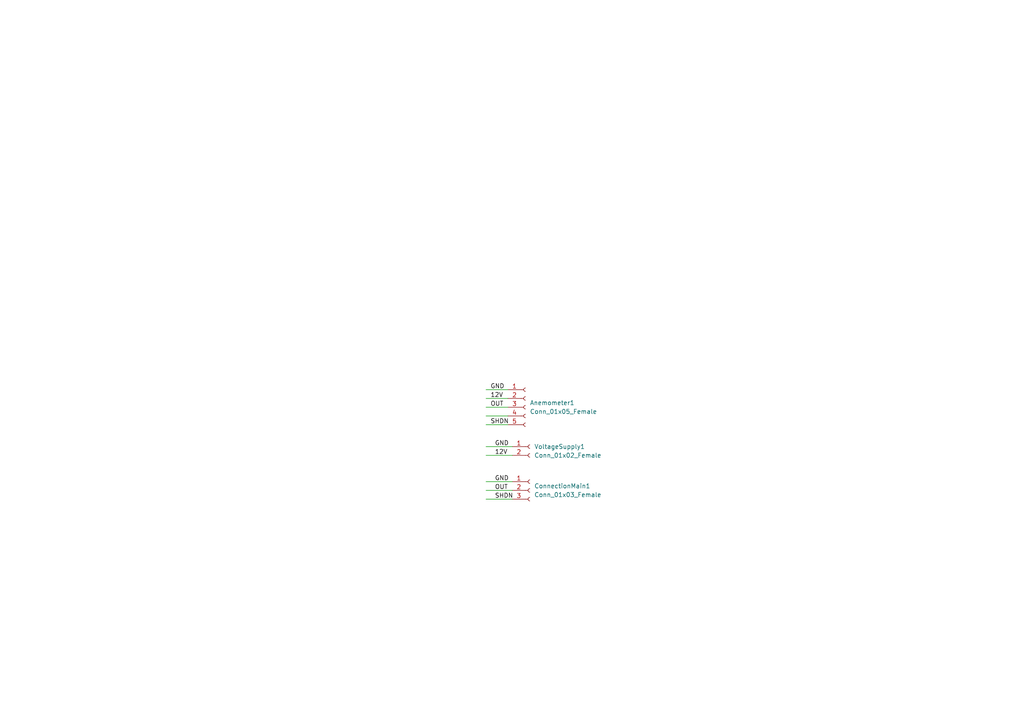
<source format=kicad_sch>
(kicad_sch (version 20211123) (generator eeschema)

  (uuid d292f884-d3be-4808-8d78-adbf83b108af)

  (paper "A4")

  (title_block
    (title "AIOT Breeze Sensor")
    (date "2023-07-26")
    (rev "v1")
    (company "Inria Paris")
    (comment 1 "Fabrice Sivakumar")
  )

  (lib_symbols
    (symbol "Connector:Conn_01x02_Female" (pin_names (offset 1.016) hide) (in_bom yes) (on_board yes)
      (property "Reference" "J" (id 0) (at 0 2.54 0)
        (effects (font (size 1.27 1.27)))
      )
      (property "Value" "Conn_01x02_Female" (id 1) (at 0 -5.08 0)
        (effects (font (size 1.27 1.27)))
      )
      (property "Footprint" "" (id 2) (at 0 0 0)
        (effects (font (size 1.27 1.27)) hide)
      )
      (property "Datasheet" "~" (id 3) (at 0 0 0)
        (effects (font (size 1.27 1.27)) hide)
      )
      (property "ki_keywords" "connector" (id 4) (at 0 0 0)
        (effects (font (size 1.27 1.27)) hide)
      )
      (property "ki_description" "Generic connector, single row, 01x02, script generated (kicad-library-utils/schlib/autogen/connector/)" (id 5) (at 0 0 0)
        (effects (font (size 1.27 1.27)) hide)
      )
      (property "ki_fp_filters" "Connector*:*_1x??_*" (id 6) (at 0 0 0)
        (effects (font (size 1.27 1.27)) hide)
      )
      (symbol "Conn_01x02_Female_1_1"
        (arc (start 0 -2.032) (mid -0.508 -2.54) (end 0 -3.048)
          (stroke (width 0.1524) (type default) (color 0 0 0 0))
          (fill (type none))
        )
        (polyline
          (pts
            (xy -1.27 -2.54)
            (xy -0.508 -2.54)
          )
          (stroke (width 0.1524) (type default) (color 0 0 0 0))
          (fill (type none))
        )
        (polyline
          (pts
            (xy -1.27 0)
            (xy -0.508 0)
          )
          (stroke (width 0.1524) (type default) (color 0 0 0 0))
          (fill (type none))
        )
        (arc (start 0 0.508) (mid -0.508 0) (end 0 -0.508)
          (stroke (width 0.1524) (type default) (color 0 0 0 0))
          (fill (type none))
        )
        (pin passive line (at -5.08 0 0) (length 3.81)
          (name "Pin_1" (effects (font (size 1.27 1.27))))
          (number "1" (effects (font (size 1.27 1.27))))
        )
        (pin passive line (at -5.08 -2.54 0) (length 3.81)
          (name "Pin_2" (effects (font (size 1.27 1.27))))
          (number "2" (effects (font (size 1.27 1.27))))
        )
      )
    )
    (symbol "Connector:Conn_01x03_Female" (pin_names (offset 1.016) hide) (in_bom yes) (on_board yes)
      (property "Reference" "J" (id 0) (at 0 5.08 0)
        (effects (font (size 1.27 1.27)))
      )
      (property "Value" "Conn_01x03_Female" (id 1) (at 0 -5.08 0)
        (effects (font (size 1.27 1.27)))
      )
      (property "Footprint" "" (id 2) (at 0 0 0)
        (effects (font (size 1.27 1.27)) hide)
      )
      (property "Datasheet" "~" (id 3) (at 0 0 0)
        (effects (font (size 1.27 1.27)) hide)
      )
      (property "ki_keywords" "connector" (id 4) (at 0 0 0)
        (effects (font (size 1.27 1.27)) hide)
      )
      (property "ki_description" "Generic connector, single row, 01x03, script generated (kicad-library-utils/schlib/autogen/connector/)" (id 5) (at 0 0 0)
        (effects (font (size 1.27 1.27)) hide)
      )
      (property "ki_fp_filters" "Connector*:*_1x??_*" (id 6) (at 0 0 0)
        (effects (font (size 1.27 1.27)) hide)
      )
      (symbol "Conn_01x03_Female_1_1"
        (arc (start 0 -2.032) (mid -0.508 -2.54) (end 0 -3.048)
          (stroke (width 0.1524) (type default) (color 0 0 0 0))
          (fill (type none))
        )
        (polyline
          (pts
            (xy -1.27 -2.54)
            (xy -0.508 -2.54)
          )
          (stroke (width 0.1524) (type default) (color 0 0 0 0))
          (fill (type none))
        )
        (polyline
          (pts
            (xy -1.27 0)
            (xy -0.508 0)
          )
          (stroke (width 0.1524) (type default) (color 0 0 0 0))
          (fill (type none))
        )
        (polyline
          (pts
            (xy -1.27 2.54)
            (xy -0.508 2.54)
          )
          (stroke (width 0.1524) (type default) (color 0 0 0 0))
          (fill (type none))
        )
        (arc (start 0 0.508) (mid -0.508 0) (end 0 -0.508)
          (stroke (width 0.1524) (type default) (color 0 0 0 0))
          (fill (type none))
        )
        (arc (start 0 3.048) (mid -0.508 2.54) (end 0 2.032)
          (stroke (width 0.1524) (type default) (color 0 0 0 0))
          (fill (type none))
        )
        (pin passive line (at -5.08 2.54 0) (length 3.81)
          (name "Pin_1" (effects (font (size 1.27 1.27))))
          (number "1" (effects (font (size 1.27 1.27))))
        )
        (pin passive line (at -5.08 0 0) (length 3.81)
          (name "Pin_2" (effects (font (size 1.27 1.27))))
          (number "2" (effects (font (size 1.27 1.27))))
        )
        (pin passive line (at -5.08 -2.54 0) (length 3.81)
          (name "Pin_3" (effects (font (size 1.27 1.27))))
          (number "3" (effects (font (size 1.27 1.27))))
        )
      )
    )
    (symbol "Connector:Conn_01x05_Female" (pin_names (offset 1.016) hide) (in_bom yes) (on_board yes)
      (property "Reference" "J" (id 0) (at 0 7.62 0)
        (effects (font (size 1.27 1.27)))
      )
      (property "Value" "Conn_01x05_Female" (id 1) (at 0 -7.62 0)
        (effects (font (size 1.27 1.27)))
      )
      (property "Footprint" "" (id 2) (at 0 0 0)
        (effects (font (size 1.27 1.27)) hide)
      )
      (property "Datasheet" "~" (id 3) (at 0 0 0)
        (effects (font (size 1.27 1.27)) hide)
      )
      (property "ki_keywords" "connector" (id 4) (at 0 0 0)
        (effects (font (size 1.27 1.27)) hide)
      )
      (property "ki_description" "Generic connector, single row, 01x05, script generated (kicad-library-utils/schlib/autogen/connector/)" (id 5) (at 0 0 0)
        (effects (font (size 1.27 1.27)) hide)
      )
      (property "ki_fp_filters" "Connector*:*_1x??_*" (id 6) (at 0 0 0)
        (effects (font (size 1.27 1.27)) hide)
      )
      (symbol "Conn_01x05_Female_1_1"
        (arc (start 0 -4.572) (mid -0.508 -5.08) (end 0 -5.588)
          (stroke (width 0.1524) (type default) (color 0 0 0 0))
          (fill (type none))
        )
        (arc (start 0 -2.032) (mid -0.508 -2.54) (end 0 -3.048)
          (stroke (width 0.1524) (type default) (color 0 0 0 0))
          (fill (type none))
        )
        (polyline
          (pts
            (xy -1.27 -5.08)
            (xy -0.508 -5.08)
          )
          (stroke (width 0.1524) (type default) (color 0 0 0 0))
          (fill (type none))
        )
        (polyline
          (pts
            (xy -1.27 -2.54)
            (xy -0.508 -2.54)
          )
          (stroke (width 0.1524) (type default) (color 0 0 0 0))
          (fill (type none))
        )
        (polyline
          (pts
            (xy -1.27 0)
            (xy -0.508 0)
          )
          (stroke (width 0.1524) (type default) (color 0 0 0 0))
          (fill (type none))
        )
        (polyline
          (pts
            (xy -1.27 2.54)
            (xy -0.508 2.54)
          )
          (stroke (width 0.1524) (type default) (color 0 0 0 0))
          (fill (type none))
        )
        (polyline
          (pts
            (xy -1.27 5.08)
            (xy -0.508 5.08)
          )
          (stroke (width 0.1524) (type default) (color 0 0 0 0))
          (fill (type none))
        )
        (arc (start 0 0.508) (mid -0.508 0) (end 0 -0.508)
          (stroke (width 0.1524) (type default) (color 0 0 0 0))
          (fill (type none))
        )
        (arc (start 0 3.048) (mid -0.508 2.54) (end 0 2.032)
          (stroke (width 0.1524) (type default) (color 0 0 0 0))
          (fill (type none))
        )
        (arc (start 0 5.588) (mid -0.508 5.08) (end 0 4.572)
          (stroke (width 0.1524) (type default) (color 0 0 0 0))
          (fill (type none))
        )
        (pin passive line (at -5.08 5.08 0) (length 3.81)
          (name "Pin_1" (effects (font (size 1.27 1.27))))
          (number "1" (effects (font (size 1.27 1.27))))
        )
        (pin passive line (at -5.08 2.54 0) (length 3.81)
          (name "Pin_2" (effects (font (size 1.27 1.27))))
          (number "2" (effects (font (size 1.27 1.27))))
        )
        (pin passive line (at -5.08 0 0) (length 3.81)
          (name "Pin_3" (effects (font (size 1.27 1.27))))
          (number "3" (effects (font (size 1.27 1.27))))
        )
        (pin passive line (at -5.08 -2.54 0) (length 3.81)
          (name "Pin_4" (effects (font (size 1.27 1.27))))
          (number "4" (effects (font (size 1.27 1.27))))
        )
        (pin passive line (at -5.08 -5.08 0) (length 3.81)
          (name "Pin_5" (effects (font (size 1.27 1.27))))
          (number "5" (effects (font (size 1.27 1.27))))
        )
      )
    )
  )


  (wire (pts (xy 140.97 144.78) (xy 148.59 144.78))
    (stroke (width 0) (type default) (color 0 0 0 0))
    (uuid 0d940413-c58d-4f36-a228-7cdc80b72d62)
  )
  (wire (pts (xy 140.97 115.57) (xy 147.32 115.57))
    (stroke (width 0) (type default) (color 0 0 0 0))
    (uuid 14c6db42-b1ca-4ecc-bc10-f836a7221633)
  )
  (wire (pts (xy 140.97 118.11) (xy 147.32 118.11))
    (stroke (width 0) (type default) (color 0 0 0 0))
    (uuid 27a217aa-0a8d-4034-b2f9-29ee35d8f824)
  )
  (wire (pts (xy 140.97 120.65) (xy 147.32 120.65))
    (stroke (width 0) (type default) (color 0 0 0 0))
    (uuid 3253dc0f-149f-4aa7-a02c-eaddb27c42e8)
  )
  (wire (pts (xy 140.97 132.08) (xy 148.59 132.08))
    (stroke (width 0) (type default) (color 0 0 0 0))
    (uuid 568bd474-3f75-4c28-8754-fb9eb98dd19b)
  )
  (wire (pts (xy 140.97 129.54) (xy 148.59 129.54))
    (stroke (width 0) (type default) (color 0 0 0 0))
    (uuid 65380999-90fa-4e52-b786-57fcefa1bab6)
  )
  (wire (pts (xy 140.97 113.03) (xy 147.32 113.03))
    (stroke (width 0) (type default) (color 0 0 0 0))
    (uuid 76b6d64e-3020-4fe2-8555-94e0ccdc877d)
  )
  (wire (pts (xy 140.97 123.19) (xy 147.32 123.19))
    (stroke (width 0) (type default) (color 0 0 0 0))
    (uuid 7e64a91a-69c9-455e-bb66-681523dc5a4f)
  )
  (wire (pts (xy 140.97 139.7) (xy 148.59 139.7))
    (stroke (width 0) (type default) (color 0 0 0 0))
    (uuid b159a41f-7eed-4fab-a69a-cc77c3e88007)
  )
  (wire (pts (xy 140.97 142.24) (xy 148.59 142.24))
    (stroke (width 0) (type default) (color 0 0 0 0))
    (uuid fbd53d03-3d64-4532-a6f7-685dbeedfdc8)
  )

  (label "12V" (at 142.24 115.57 0)
    (effects (font (size 1.27 1.27)) (justify left bottom))
    (uuid 0eed8528-b4d4-413c-8888-1920ac94a710)
  )
  (label "GND" (at 142.24 113.03 0)
    (effects (font (size 1.27 1.27)) (justify left bottom))
    (uuid 1a050187-6ff2-4ead-89dd-5e296ccfa9f6)
  )
  (label "GND" (at 143.51 139.7 0)
    (effects (font (size 1.27 1.27)) (justify left bottom))
    (uuid 2e831ca1-f83a-486d-afba-55488dc8ca3a)
  )
  (label "GND" (at 143.51 129.54 0)
    (effects (font (size 1.27 1.27)) (justify left bottom))
    (uuid 598b7461-82c9-4f7f-89fc-3333866e637c)
  )
  (label "OUT" (at 142.24 118.11 0)
    (effects (font (size 1.27 1.27)) (justify left bottom))
    (uuid 68d8baad-eaf5-4bf6-ad5b-77194767ff6b)
  )
  (label "OUT" (at 143.51 142.24 0)
    (effects (font (size 1.27 1.27)) (justify left bottom))
    (uuid 90436ca3-5374-496e-9939-41ea6b06683c)
  )
  (label "SHDN" (at 143.51 144.78 0)
    (effects (font (size 1.27 1.27)) (justify left bottom))
    (uuid b11a70d0-6397-4bc0-b94c-b5bef0a1ca01)
  )
  (label "SHDN" (at 142.24 123.19 0)
    (effects (font (size 1.27 1.27)) (justify left bottom))
    (uuid db9b3c4c-dd43-4427-bc8d-63dcc4f7d79f)
  )
  (label "12V" (at 143.51 132.08 0)
    (effects (font (size 1.27 1.27)) (justify left bottom))
    (uuid f157a056-1ee4-4183-b04f-02a53ec7d9e5)
  )

  (symbol (lib_id "Connector:Conn_01x02_Female") (at 153.67 129.54 0) (unit 1)
    (in_bom yes) (on_board yes) (fields_autoplaced)
    (uuid 4f981c3c-b490-46de-a2d8-87bc1f51aa34)
    (property "Reference" "VoltageSupply1" (id 0) (at 154.94 129.5399 0)
      (effects (font (size 1.27 1.27)) (justify left))
    )
    (property "Value" "Conn_01x02_Female" (id 1) (at 154.94 132.0799 0)
      (effects (font (size 1.27 1.27)) (justify left))
    )
    (property "Footprint" "Connector_PinSocket_2.54mm:PinSocket_1x02_P2.54mm_Vertical" (id 2) (at 153.67 129.54 0)
      (effects (font (size 1.27 1.27)) hide)
    )
    (property "Datasheet" "~" (id 3) (at 153.67 129.54 0)
      (effects (font (size 1.27 1.27)) hide)
    )
    (pin "1" (uuid 96fbedfd-c441-463b-a3b1-7b724648a844))
    (pin "2" (uuid 54bbda65-2804-4317-8fc8-3f3ef9e1afb8))
  )

  (symbol (lib_id "Connector:Conn_01x05_Female") (at 152.4 118.11 0) (unit 1)
    (in_bom yes) (on_board yes) (fields_autoplaced)
    (uuid 89907336-4ed5-421a-a49e-6c88307e1300)
    (property "Reference" "Anemometer1" (id 0) (at 153.67 116.8399 0)
      (effects (font (size 1.27 1.27)) (justify left))
    )
    (property "Value" "Conn_01x05_Female" (id 1) (at 153.67 119.3799 0)
      (effects (font (size 1.27 1.27)) (justify left))
    )
    (property "Footprint" "Connector_PinSocket_2.54mm:PinSocket_1x05_P2.54mm_Vertical" (id 2) (at 152.4 118.11 0)
      (effects (font (size 1.27 1.27)) hide)
    )
    (property "Datasheet" "~" (id 3) (at 152.4 118.11 0)
      (effects (font (size 1.27 1.27)) hide)
    )
    (pin "1" (uuid a155bef6-e014-4656-b558-c27844db3601))
    (pin "2" (uuid 19684ce0-efb0-4f47-81fc-6edba08bdf45))
    (pin "3" (uuid bcaf7c58-4f8f-4e28-88ff-8f4fa985cf95))
    (pin "4" (uuid dadd76a7-0131-49b1-a912-4cc80b01b5d7))
    (pin "5" (uuid e7fe218b-a608-469f-a905-4bc94b961656))
  )

  (symbol (lib_id "Connector:Conn_01x03_Female") (at 153.67 142.24 0) (unit 1)
    (in_bom yes) (on_board yes) (fields_autoplaced)
    (uuid 9d968b17-89bd-4b6d-ae82-57152481a787)
    (property "Reference" "ConnectionMain1" (id 0) (at 154.94 140.9699 0)
      (effects (font (size 1.27 1.27)) (justify left))
    )
    (property "Value" "Conn_01x03_Female" (id 1) (at 154.94 143.5099 0)
      (effects (font (size 1.27 1.27)) (justify left))
    )
    (property "Footprint" "Connector_PinSocket_2.54mm:PinSocket_1x03_P2.54mm_Vertical" (id 2) (at 153.67 142.24 0)
      (effects (font (size 1.27 1.27)) hide)
    )
    (property "Datasheet" "~" (id 3) (at 153.67 142.24 0)
      (effects (font (size 1.27 1.27)) hide)
    )
    (pin "1" (uuid 4e938632-a894-4b7b-b760-0197a1db9e25))
    (pin "2" (uuid 41865196-a67f-4f5e-9161-49367666f1d5))
    (pin "3" (uuid 529c029c-63c5-427e-813a-92210b08907a))
  )

  (sheet_instances
    (path "/" (page "1"))
  )

  (symbol_instances
    (path "/89907336-4ed5-421a-a49e-6c88307e1300"
      (reference "Anemometer1") (unit 1) (value "Conn_01x05_Female") (footprint "Connector_PinSocket_2.54mm:PinSocket_1x05_P2.54mm_Vertical")
    )
    (path "/9d968b17-89bd-4b6d-ae82-57152481a787"
      (reference "ConnectionMain1") (unit 1) (value "Conn_01x03_Female") (footprint "Connector_PinSocket_2.54mm:PinSocket_1x03_P2.54mm_Vertical")
    )
    (path "/4f981c3c-b490-46de-a2d8-87bc1f51aa34"
      (reference "VoltageSupply1") (unit 1) (value "Conn_01x02_Female") (footprint "Connector_PinSocket_2.54mm:PinSocket_1x02_P2.54mm_Vertical")
    )
  )
)

</source>
